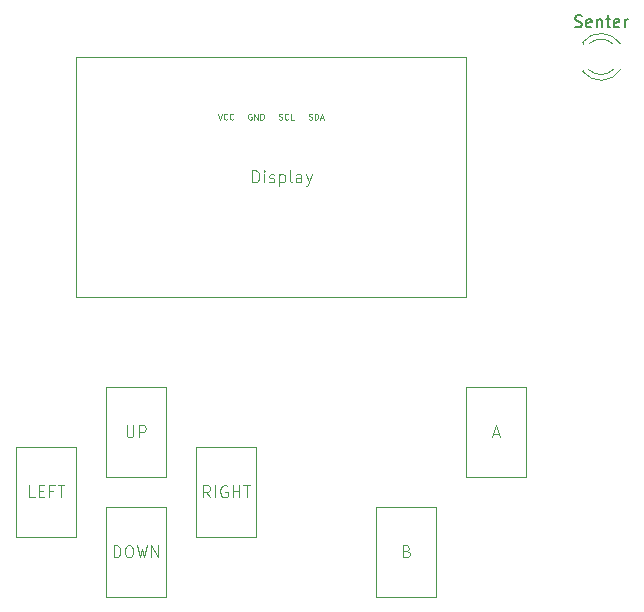
<source format=gbr>
%TF.GenerationSoftware,KiCad,Pcbnew,7.0.9+dfsg-1*%
%TF.CreationDate,2023-11-29T16:22:22+07:00*%
%TF.ProjectId,wifitools,77696669-746f-46f6-9c73-2e6b69636164,rev?*%
%TF.SameCoordinates,Original*%
%TF.FileFunction,Legend,Top*%
%TF.FilePolarity,Positive*%
%FSLAX46Y46*%
G04 Gerber Fmt 4.6, Leading zero omitted, Abs format (unit mm)*
G04 Created by KiCad (PCBNEW 7.0.9+dfsg-1) date 2023-11-29 16:22:22*
%MOMM*%
%LPD*%
G01*
G04 APERTURE LIST*
%ADD10C,0.100000*%
%ADD11C,0.150000*%
%ADD12C,0.120000*%
G04 APERTURE END LIST*
D10*
X139406666Y-66497419D02*
X139406666Y-65497419D01*
X139406666Y-65497419D02*
X139644761Y-65497419D01*
X139644761Y-65497419D02*
X139787618Y-65545038D01*
X139787618Y-65545038D02*
X139882856Y-65640276D01*
X139882856Y-65640276D02*
X139930475Y-65735514D01*
X139930475Y-65735514D02*
X139978094Y-65925990D01*
X139978094Y-65925990D02*
X139978094Y-66068847D01*
X139978094Y-66068847D02*
X139930475Y-66259323D01*
X139930475Y-66259323D02*
X139882856Y-66354561D01*
X139882856Y-66354561D02*
X139787618Y-66449800D01*
X139787618Y-66449800D02*
X139644761Y-66497419D01*
X139644761Y-66497419D02*
X139406666Y-66497419D01*
X140406666Y-66497419D02*
X140406666Y-65830752D01*
X140406666Y-65497419D02*
X140359047Y-65545038D01*
X140359047Y-65545038D02*
X140406666Y-65592657D01*
X140406666Y-65592657D02*
X140454285Y-65545038D01*
X140454285Y-65545038D02*
X140406666Y-65497419D01*
X140406666Y-65497419D02*
X140406666Y-65592657D01*
X140835237Y-66449800D02*
X140930475Y-66497419D01*
X140930475Y-66497419D02*
X141120951Y-66497419D01*
X141120951Y-66497419D02*
X141216189Y-66449800D01*
X141216189Y-66449800D02*
X141263808Y-66354561D01*
X141263808Y-66354561D02*
X141263808Y-66306942D01*
X141263808Y-66306942D02*
X141216189Y-66211704D01*
X141216189Y-66211704D02*
X141120951Y-66164085D01*
X141120951Y-66164085D02*
X140978094Y-66164085D01*
X140978094Y-66164085D02*
X140882856Y-66116466D01*
X140882856Y-66116466D02*
X140835237Y-66021228D01*
X140835237Y-66021228D02*
X140835237Y-65973609D01*
X140835237Y-65973609D02*
X140882856Y-65878371D01*
X140882856Y-65878371D02*
X140978094Y-65830752D01*
X140978094Y-65830752D02*
X141120951Y-65830752D01*
X141120951Y-65830752D02*
X141216189Y-65878371D01*
X141692380Y-65830752D02*
X141692380Y-66830752D01*
X141692380Y-65878371D02*
X141787618Y-65830752D01*
X141787618Y-65830752D02*
X141978094Y-65830752D01*
X141978094Y-65830752D02*
X142073332Y-65878371D01*
X142073332Y-65878371D02*
X142120951Y-65925990D01*
X142120951Y-65925990D02*
X142168570Y-66021228D01*
X142168570Y-66021228D02*
X142168570Y-66306942D01*
X142168570Y-66306942D02*
X142120951Y-66402180D01*
X142120951Y-66402180D02*
X142073332Y-66449800D01*
X142073332Y-66449800D02*
X141978094Y-66497419D01*
X141978094Y-66497419D02*
X141787618Y-66497419D01*
X141787618Y-66497419D02*
X141692380Y-66449800D01*
X142739999Y-66497419D02*
X142644761Y-66449800D01*
X142644761Y-66449800D02*
X142597142Y-66354561D01*
X142597142Y-66354561D02*
X142597142Y-65497419D01*
X143549523Y-66497419D02*
X143549523Y-65973609D01*
X143549523Y-65973609D02*
X143501904Y-65878371D01*
X143501904Y-65878371D02*
X143406666Y-65830752D01*
X143406666Y-65830752D02*
X143216190Y-65830752D01*
X143216190Y-65830752D02*
X143120952Y-65878371D01*
X143549523Y-66449800D02*
X143454285Y-66497419D01*
X143454285Y-66497419D02*
X143216190Y-66497419D01*
X143216190Y-66497419D02*
X143120952Y-66449800D01*
X143120952Y-66449800D02*
X143073333Y-66354561D01*
X143073333Y-66354561D02*
X143073333Y-66259323D01*
X143073333Y-66259323D02*
X143120952Y-66164085D01*
X143120952Y-66164085D02*
X143216190Y-66116466D01*
X143216190Y-66116466D02*
X143454285Y-66116466D01*
X143454285Y-66116466D02*
X143549523Y-66068847D01*
X143930476Y-65830752D02*
X144168571Y-66497419D01*
X144406666Y-65830752D02*
X144168571Y-66497419D01*
X144168571Y-66497419D02*
X144073333Y-66735514D01*
X144073333Y-66735514D02*
X144025714Y-66783133D01*
X144025714Y-66783133D02*
X143930476Y-66830752D01*
X141644762Y-61162300D02*
X141716190Y-61186109D01*
X141716190Y-61186109D02*
X141835238Y-61186109D01*
X141835238Y-61186109D02*
X141882857Y-61162300D01*
X141882857Y-61162300D02*
X141906666Y-61138490D01*
X141906666Y-61138490D02*
X141930476Y-61090871D01*
X141930476Y-61090871D02*
X141930476Y-61043252D01*
X141930476Y-61043252D02*
X141906666Y-60995633D01*
X141906666Y-60995633D02*
X141882857Y-60971823D01*
X141882857Y-60971823D02*
X141835238Y-60948014D01*
X141835238Y-60948014D02*
X141740000Y-60924204D01*
X141740000Y-60924204D02*
X141692381Y-60900395D01*
X141692381Y-60900395D02*
X141668571Y-60876585D01*
X141668571Y-60876585D02*
X141644762Y-60828966D01*
X141644762Y-60828966D02*
X141644762Y-60781347D01*
X141644762Y-60781347D02*
X141668571Y-60733728D01*
X141668571Y-60733728D02*
X141692381Y-60709919D01*
X141692381Y-60709919D02*
X141740000Y-60686109D01*
X141740000Y-60686109D02*
X141859047Y-60686109D01*
X141859047Y-60686109D02*
X141930476Y-60709919D01*
X142430475Y-61138490D02*
X142406666Y-61162300D01*
X142406666Y-61162300D02*
X142335237Y-61186109D01*
X142335237Y-61186109D02*
X142287618Y-61186109D01*
X142287618Y-61186109D02*
X142216190Y-61162300D01*
X142216190Y-61162300D02*
X142168571Y-61114680D01*
X142168571Y-61114680D02*
X142144761Y-61067061D01*
X142144761Y-61067061D02*
X142120952Y-60971823D01*
X142120952Y-60971823D02*
X142120952Y-60900395D01*
X142120952Y-60900395D02*
X142144761Y-60805157D01*
X142144761Y-60805157D02*
X142168571Y-60757538D01*
X142168571Y-60757538D02*
X142216190Y-60709919D01*
X142216190Y-60709919D02*
X142287618Y-60686109D01*
X142287618Y-60686109D02*
X142335237Y-60686109D01*
X142335237Y-60686109D02*
X142406666Y-60709919D01*
X142406666Y-60709919D02*
X142430475Y-60733728D01*
X142882856Y-61186109D02*
X142644761Y-61186109D01*
X142644761Y-61186109D02*
X142644761Y-60686109D01*
X136493334Y-60686109D02*
X136660000Y-61186109D01*
X136660000Y-61186109D02*
X136826667Y-60686109D01*
X137279047Y-61138490D02*
X137255238Y-61162300D01*
X137255238Y-61162300D02*
X137183809Y-61186109D01*
X137183809Y-61186109D02*
X137136190Y-61186109D01*
X137136190Y-61186109D02*
X137064762Y-61162300D01*
X137064762Y-61162300D02*
X137017143Y-61114680D01*
X137017143Y-61114680D02*
X136993333Y-61067061D01*
X136993333Y-61067061D02*
X136969524Y-60971823D01*
X136969524Y-60971823D02*
X136969524Y-60900395D01*
X136969524Y-60900395D02*
X136993333Y-60805157D01*
X136993333Y-60805157D02*
X137017143Y-60757538D01*
X137017143Y-60757538D02*
X137064762Y-60709919D01*
X137064762Y-60709919D02*
X137136190Y-60686109D01*
X137136190Y-60686109D02*
X137183809Y-60686109D01*
X137183809Y-60686109D02*
X137255238Y-60709919D01*
X137255238Y-60709919D02*
X137279047Y-60733728D01*
X137779047Y-61138490D02*
X137755238Y-61162300D01*
X137755238Y-61162300D02*
X137683809Y-61186109D01*
X137683809Y-61186109D02*
X137636190Y-61186109D01*
X137636190Y-61186109D02*
X137564762Y-61162300D01*
X137564762Y-61162300D02*
X137517143Y-61114680D01*
X137517143Y-61114680D02*
X137493333Y-61067061D01*
X137493333Y-61067061D02*
X137469524Y-60971823D01*
X137469524Y-60971823D02*
X137469524Y-60900395D01*
X137469524Y-60900395D02*
X137493333Y-60805157D01*
X137493333Y-60805157D02*
X137517143Y-60757538D01*
X137517143Y-60757538D02*
X137564762Y-60709919D01*
X137564762Y-60709919D02*
X137636190Y-60686109D01*
X137636190Y-60686109D02*
X137683809Y-60686109D01*
X137683809Y-60686109D02*
X137755238Y-60709919D01*
X137755238Y-60709919D02*
X137779047Y-60733728D01*
X144172858Y-61162300D02*
X144244286Y-61186109D01*
X144244286Y-61186109D02*
X144363334Y-61186109D01*
X144363334Y-61186109D02*
X144410953Y-61162300D01*
X144410953Y-61162300D02*
X144434762Y-61138490D01*
X144434762Y-61138490D02*
X144458572Y-61090871D01*
X144458572Y-61090871D02*
X144458572Y-61043252D01*
X144458572Y-61043252D02*
X144434762Y-60995633D01*
X144434762Y-60995633D02*
X144410953Y-60971823D01*
X144410953Y-60971823D02*
X144363334Y-60948014D01*
X144363334Y-60948014D02*
X144268096Y-60924204D01*
X144268096Y-60924204D02*
X144220477Y-60900395D01*
X144220477Y-60900395D02*
X144196667Y-60876585D01*
X144196667Y-60876585D02*
X144172858Y-60828966D01*
X144172858Y-60828966D02*
X144172858Y-60781347D01*
X144172858Y-60781347D02*
X144196667Y-60733728D01*
X144196667Y-60733728D02*
X144220477Y-60709919D01*
X144220477Y-60709919D02*
X144268096Y-60686109D01*
X144268096Y-60686109D02*
X144387143Y-60686109D01*
X144387143Y-60686109D02*
X144458572Y-60709919D01*
X144672857Y-61186109D02*
X144672857Y-60686109D01*
X144672857Y-60686109D02*
X144791905Y-60686109D01*
X144791905Y-60686109D02*
X144863333Y-60709919D01*
X144863333Y-60709919D02*
X144910952Y-60757538D01*
X144910952Y-60757538D02*
X144934762Y-60805157D01*
X144934762Y-60805157D02*
X144958571Y-60900395D01*
X144958571Y-60900395D02*
X144958571Y-60971823D01*
X144958571Y-60971823D02*
X144934762Y-61067061D01*
X144934762Y-61067061D02*
X144910952Y-61114680D01*
X144910952Y-61114680D02*
X144863333Y-61162300D01*
X144863333Y-61162300D02*
X144791905Y-61186109D01*
X144791905Y-61186109D02*
X144672857Y-61186109D01*
X145149048Y-61043252D02*
X145387143Y-61043252D01*
X145101429Y-61186109D02*
X145268095Y-60686109D01*
X145268095Y-60686109D02*
X145434762Y-61186109D01*
X139319047Y-60709919D02*
X139271428Y-60686109D01*
X139271428Y-60686109D02*
X139199999Y-60686109D01*
X139199999Y-60686109D02*
X139128571Y-60709919D01*
X139128571Y-60709919D02*
X139080952Y-60757538D01*
X139080952Y-60757538D02*
X139057142Y-60805157D01*
X139057142Y-60805157D02*
X139033333Y-60900395D01*
X139033333Y-60900395D02*
X139033333Y-60971823D01*
X139033333Y-60971823D02*
X139057142Y-61067061D01*
X139057142Y-61067061D02*
X139080952Y-61114680D01*
X139080952Y-61114680D02*
X139128571Y-61162300D01*
X139128571Y-61162300D02*
X139199999Y-61186109D01*
X139199999Y-61186109D02*
X139247618Y-61186109D01*
X139247618Y-61186109D02*
X139319047Y-61162300D01*
X139319047Y-61162300D02*
X139342856Y-61138490D01*
X139342856Y-61138490D02*
X139342856Y-60971823D01*
X139342856Y-60971823D02*
X139247618Y-60971823D01*
X139557142Y-61186109D02*
X139557142Y-60686109D01*
X139557142Y-60686109D02*
X139842856Y-61186109D01*
X139842856Y-61186109D02*
X139842856Y-60686109D01*
X140080952Y-61186109D02*
X140080952Y-60686109D01*
X140080952Y-60686109D02*
X140200000Y-60686109D01*
X140200000Y-60686109D02*
X140271428Y-60709919D01*
X140271428Y-60709919D02*
X140319047Y-60757538D01*
X140319047Y-60757538D02*
X140342857Y-60805157D01*
X140342857Y-60805157D02*
X140366666Y-60900395D01*
X140366666Y-60900395D02*
X140366666Y-60971823D01*
X140366666Y-60971823D02*
X140342857Y-61067061D01*
X140342857Y-61067061D02*
X140319047Y-61114680D01*
X140319047Y-61114680D02*
X140271428Y-61162300D01*
X140271428Y-61162300D02*
X140200000Y-61186109D01*
X140200000Y-61186109D02*
X140080952Y-61186109D01*
X159781905Y-87801704D02*
X160258095Y-87801704D01*
X159686667Y-88087419D02*
X160020000Y-87087419D01*
X160020000Y-87087419D02*
X160353333Y-88087419D01*
D11*
X166719523Y-53327200D02*
X166862380Y-53374819D01*
X166862380Y-53374819D02*
X167100475Y-53374819D01*
X167100475Y-53374819D02*
X167195713Y-53327200D01*
X167195713Y-53327200D02*
X167243332Y-53279580D01*
X167243332Y-53279580D02*
X167290951Y-53184342D01*
X167290951Y-53184342D02*
X167290951Y-53089104D01*
X167290951Y-53089104D02*
X167243332Y-52993866D01*
X167243332Y-52993866D02*
X167195713Y-52946247D01*
X167195713Y-52946247D02*
X167100475Y-52898628D01*
X167100475Y-52898628D02*
X166909999Y-52851009D01*
X166909999Y-52851009D02*
X166814761Y-52803390D01*
X166814761Y-52803390D02*
X166767142Y-52755771D01*
X166767142Y-52755771D02*
X166719523Y-52660533D01*
X166719523Y-52660533D02*
X166719523Y-52565295D01*
X166719523Y-52565295D02*
X166767142Y-52470057D01*
X166767142Y-52470057D02*
X166814761Y-52422438D01*
X166814761Y-52422438D02*
X166909999Y-52374819D01*
X166909999Y-52374819D02*
X167148094Y-52374819D01*
X167148094Y-52374819D02*
X167290951Y-52422438D01*
X168100475Y-53327200D02*
X168005237Y-53374819D01*
X168005237Y-53374819D02*
X167814761Y-53374819D01*
X167814761Y-53374819D02*
X167719523Y-53327200D01*
X167719523Y-53327200D02*
X167671904Y-53231961D01*
X167671904Y-53231961D02*
X167671904Y-52851009D01*
X167671904Y-52851009D02*
X167719523Y-52755771D01*
X167719523Y-52755771D02*
X167814761Y-52708152D01*
X167814761Y-52708152D02*
X168005237Y-52708152D01*
X168005237Y-52708152D02*
X168100475Y-52755771D01*
X168100475Y-52755771D02*
X168148094Y-52851009D01*
X168148094Y-52851009D02*
X168148094Y-52946247D01*
X168148094Y-52946247D02*
X167671904Y-53041485D01*
X168576666Y-52708152D02*
X168576666Y-53374819D01*
X168576666Y-52803390D02*
X168624285Y-52755771D01*
X168624285Y-52755771D02*
X168719523Y-52708152D01*
X168719523Y-52708152D02*
X168862380Y-52708152D01*
X168862380Y-52708152D02*
X168957618Y-52755771D01*
X168957618Y-52755771D02*
X169005237Y-52851009D01*
X169005237Y-52851009D02*
X169005237Y-53374819D01*
X169338571Y-52708152D02*
X169719523Y-52708152D01*
X169481428Y-52374819D02*
X169481428Y-53231961D01*
X169481428Y-53231961D02*
X169529047Y-53327200D01*
X169529047Y-53327200D02*
X169624285Y-53374819D01*
X169624285Y-53374819D02*
X169719523Y-53374819D01*
X170433809Y-53327200D02*
X170338571Y-53374819D01*
X170338571Y-53374819D02*
X170148095Y-53374819D01*
X170148095Y-53374819D02*
X170052857Y-53327200D01*
X170052857Y-53327200D02*
X170005238Y-53231961D01*
X170005238Y-53231961D02*
X170005238Y-52851009D01*
X170005238Y-52851009D02*
X170052857Y-52755771D01*
X170052857Y-52755771D02*
X170148095Y-52708152D01*
X170148095Y-52708152D02*
X170338571Y-52708152D01*
X170338571Y-52708152D02*
X170433809Y-52755771D01*
X170433809Y-52755771D02*
X170481428Y-52851009D01*
X170481428Y-52851009D02*
X170481428Y-52946247D01*
X170481428Y-52946247D02*
X170005238Y-53041485D01*
X170910000Y-53374819D02*
X170910000Y-52708152D01*
X170910000Y-52898628D02*
X170957619Y-52803390D01*
X170957619Y-52803390D02*
X171005238Y-52755771D01*
X171005238Y-52755771D02*
X171100476Y-52708152D01*
X171100476Y-52708152D02*
X171195714Y-52708152D01*
D10*
X135826666Y-93167419D02*
X135493333Y-92691228D01*
X135255238Y-93167419D02*
X135255238Y-92167419D01*
X135255238Y-92167419D02*
X135636190Y-92167419D01*
X135636190Y-92167419D02*
X135731428Y-92215038D01*
X135731428Y-92215038D02*
X135779047Y-92262657D01*
X135779047Y-92262657D02*
X135826666Y-92357895D01*
X135826666Y-92357895D02*
X135826666Y-92500752D01*
X135826666Y-92500752D02*
X135779047Y-92595990D01*
X135779047Y-92595990D02*
X135731428Y-92643609D01*
X135731428Y-92643609D02*
X135636190Y-92691228D01*
X135636190Y-92691228D02*
X135255238Y-92691228D01*
X136255238Y-93167419D02*
X136255238Y-92167419D01*
X137255237Y-92215038D02*
X137159999Y-92167419D01*
X137159999Y-92167419D02*
X137017142Y-92167419D01*
X137017142Y-92167419D02*
X136874285Y-92215038D01*
X136874285Y-92215038D02*
X136779047Y-92310276D01*
X136779047Y-92310276D02*
X136731428Y-92405514D01*
X136731428Y-92405514D02*
X136683809Y-92595990D01*
X136683809Y-92595990D02*
X136683809Y-92738847D01*
X136683809Y-92738847D02*
X136731428Y-92929323D01*
X136731428Y-92929323D02*
X136779047Y-93024561D01*
X136779047Y-93024561D02*
X136874285Y-93119800D01*
X136874285Y-93119800D02*
X137017142Y-93167419D01*
X137017142Y-93167419D02*
X137112380Y-93167419D01*
X137112380Y-93167419D02*
X137255237Y-93119800D01*
X137255237Y-93119800D02*
X137302856Y-93072180D01*
X137302856Y-93072180D02*
X137302856Y-92738847D01*
X137302856Y-92738847D02*
X137112380Y-92738847D01*
X137731428Y-93167419D02*
X137731428Y-92167419D01*
X137731428Y-92643609D02*
X138302856Y-92643609D01*
X138302856Y-93167419D02*
X138302856Y-92167419D01*
X138636190Y-92167419D02*
X139207618Y-92167419D01*
X138921904Y-93167419D02*
X138921904Y-92167419D01*
X120967618Y-93167419D02*
X120491428Y-93167419D01*
X120491428Y-93167419D02*
X120491428Y-92167419D01*
X121300952Y-92643609D02*
X121634285Y-92643609D01*
X121777142Y-93167419D02*
X121300952Y-93167419D01*
X121300952Y-93167419D02*
X121300952Y-92167419D01*
X121300952Y-92167419D02*
X121777142Y-92167419D01*
X122539047Y-92643609D02*
X122205714Y-92643609D01*
X122205714Y-93167419D02*
X122205714Y-92167419D01*
X122205714Y-92167419D02*
X122681904Y-92167419D01*
X122920000Y-92167419D02*
X123491428Y-92167419D01*
X123205714Y-93167419D02*
X123205714Y-92167419D01*
X127659048Y-98247419D02*
X127659048Y-97247419D01*
X127659048Y-97247419D02*
X127897143Y-97247419D01*
X127897143Y-97247419D02*
X128040000Y-97295038D01*
X128040000Y-97295038D02*
X128135238Y-97390276D01*
X128135238Y-97390276D02*
X128182857Y-97485514D01*
X128182857Y-97485514D02*
X128230476Y-97675990D01*
X128230476Y-97675990D02*
X128230476Y-97818847D01*
X128230476Y-97818847D02*
X128182857Y-98009323D01*
X128182857Y-98009323D02*
X128135238Y-98104561D01*
X128135238Y-98104561D02*
X128040000Y-98199800D01*
X128040000Y-98199800D02*
X127897143Y-98247419D01*
X127897143Y-98247419D02*
X127659048Y-98247419D01*
X128849524Y-97247419D02*
X129040000Y-97247419D01*
X129040000Y-97247419D02*
X129135238Y-97295038D01*
X129135238Y-97295038D02*
X129230476Y-97390276D01*
X129230476Y-97390276D02*
X129278095Y-97580752D01*
X129278095Y-97580752D02*
X129278095Y-97914085D01*
X129278095Y-97914085D02*
X129230476Y-98104561D01*
X129230476Y-98104561D02*
X129135238Y-98199800D01*
X129135238Y-98199800D02*
X129040000Y-98247419D01*
X129040000Y-98247419D02*
X128849524Y-98247419D01*
X128849524Y-98247419D02*
X128754286Y-98199800D01*
X128754286Y-98199800D02*
X128659048Y-98104561D01*
X128659048Y-98104561D02*
X128611429Y-97914085D01*
X128611429Y-97914085D02*
X128611429Y-97580752D01*
X128611429Y-97580752D02*
X128659048Y-97390276D01*
X128659048Y-97390276D02*
X128754286Y-97295038D01*
X128754286Y-97295038D02*
X128849524Y-97247419D01*
X129611429Y-97247419D02*
X129849524Y-98247419D01*
X129849524Y-98247419D02*
X130040000Y-97533133D01*
X130040000Y-97533133D02*
X130230476Y-98247419D01*
X130230476Y-98247419D02*
X130468572Y-97247419D01*
X130849524Y-98247419D02*
X130849524Y-97247419D01*
X130849524Y-97247419D02*
X131420952Y-98247419D01*
X131420952Y-98247419D02*
X131420952Y-97247419D01*
X128754286Y-87087419D02*
X128754286Y-87896942D01*
X128754286Y-87896942D02*
X128801905Y-87992180D01*
X128801905Y-87992180D02*
X128849524Y-88039800D01*
X128849524Y-88039800D02*
X128944762Y-88087419D01*
X128944762Y-88087419D02*
X129135238Y-88087419D01*
X129135238Y-88087419D02*
X129230476Y-88039800D01*
X129230476Y-88039800D02*
X129278095Y-87992180D01*
X129278095Y-87992180D02*
X129325714Y-87896942D01*
X129325714Y-87896942D02*
X129325714Y-87087419D01*
X129801905Y-88087419D02*
X129801905Y-87087419D01*
X129801905Y-87087419D02*
X130182857Y-87087419D01*
X130182857Y-87087419D02*
X130278095Y-87135038D01*
X130278095Y-87135038D02*
X130325714Y-87182657D01*
X130325714Y-87182657D02*
X130373333Y-87277895D01*
X130373333Y-87277895D02*
X130373333Y-87420752D01*
X130373333Y-87420752D02*
X130325714Y-87515990D01*
X130325714Y-87515990D02*
X130278095Y-87563609D01*
X130278095Y-87563609D02*
X130182857Y-87611228D01*
X130182857Y-87611228D02*
X129801905Y-87611228D01*
X152471428Y-97723609D02*
X152614285Y-97771228D01*
X152614285Y-97771228D02*
X152661904Y-97818847D01*
X152661904Y-97818847D02*
X152709523Y-97914085D01*
X152709523Y-97914085D02*
X152709523Y-98056942D01*
X152709523Y-98056942D02*
X152661904Y-98152180D01*
X152661904Y-98152180D02*
X152614285Y-98199800D01*
X152614285Y-98199800D02*
X152519047Y-98247419D01*
X152519047Y-98247419D02*
X152138095Y-98247419D01*
X152138095Y-98247419D02*
X152138095Y-97247419D01*
X152138095Y-97247419D02*
X152471428Y-97247419D01*
X152471428Y-97247419D02*
X152566666Y-97295038D01*
X152566666Y-97295038D02*
X152614285Y-97342657D01*
X152614285Y-97342657D02*
X152661904Y-97437895D01*
X152661904Y-97437895D02*
X152661904Y-97533133D01*
X152661904Y-97533133D02*
X152614285Y-97628371D01*
X152614285Y-97628371D02*
X152566666Y-97675990D01*
X152566666Y-97675990D02*
X152471428Y-97723609D01*
X152471428Y-97723609D02*
X152138095Y-97723609D01*
%TO.C,Display *%
X124460000Y-55880000D02*
X157480000Y-55880000D01*
X157480000Y-55880000D02*
X157480000Y-76200000D01*
X157480000Y-76200000D02*
X124460000Y-76200000D01*
X124460000Y-76200000D02*
X124460000Y-55880000D01*
%TO.C,A*%
X157480000Y-83820000D02*
X162560000Y-83820000D01*
X162560000Y-83820000D02*
X162560000Y-91440000D01*
X162560000Y-91440000D02*
X157480000Y-91440000D01*
X157480000Y-91440000D02*
X157480000Y-83820000D01*
D12*
%TO.C,Senter*%
X167350000Y-54644000D02*
X167350000Y-54800000D01*
X167350000Y-56960000D02*
X167350000Y-57116000D01*
X170582334Y-54801392D02*
G75*
G03*
X167350001Y-54644485I-1672334J-1078608D01*
G01*
X169951129Y-54800164D02*
G75*
G03*
X167869040Y-54800001I-1041129J-1079836D01*
G01*
X167869040Y-56959999D02*
G75*
G03*
X169951129Y-56959836I1040960J1079999D01*
G01*
X167350001Y-57115515D02*
G75*
G03*
X170582334Y-56958608I1559999J1235515D01*
G01*
D10*
%TO.C,RIGHT*%
X134620000Y-88900000D02*
X139700000Y-88900000D01*
X139700000Y-88900000D02*
X139700000Y-96520000D01*
X139700000Y-96520000D02*
X134620000Y-96520000D01*
X134620000Y-96520000D02*
X134620000Y-88900000D01*
%TO.C,LEFT*%
X119380000Y-88900000D02*
X124460000Y-88900000D01*
X124460000Y-88900000D02*
X124460000Y-96520000D01*
X124460000Y-96520000D02*
X119380000Y-96520000D01*
X119380000Y-96520000D02*
X119380000Y-88900000D01*
%TO.C,DOWN*%
X127000000Y-93980000D02*
X132080000Y-93980000D01*
X132080000Y-93980000D02*
X132080000Y-101600000D01*
X132080000Y-101600000D02*
X127000000Y-101600000D01*
X127000000Y-101600000D02*
X127000000Y-93980000D01*
%TO.C,UP*%
X127000000Y-83820000D02*
X132080000Y-83820000D01*
X132080000Y-83820000D02*
X132080000Y-91440000D01*
X132080000Y-91440000D02*
X127000000Y-91440000D01*
X127000000Y-91440000D02*
X127000000Y-83820000D01*
%TO.C,B*%
X149860000Y-93980000D02*
X154940000Y-93980000D01*
X154940000Y-93980000D02*
X154940000Y-101600000D01*
X154940000Y-101600000D02*
X149860000Y-101600000D01*
X149860000Y-101600000D02*
X149860000Y-93980000D01*
%TD*%
M02*

</source>
